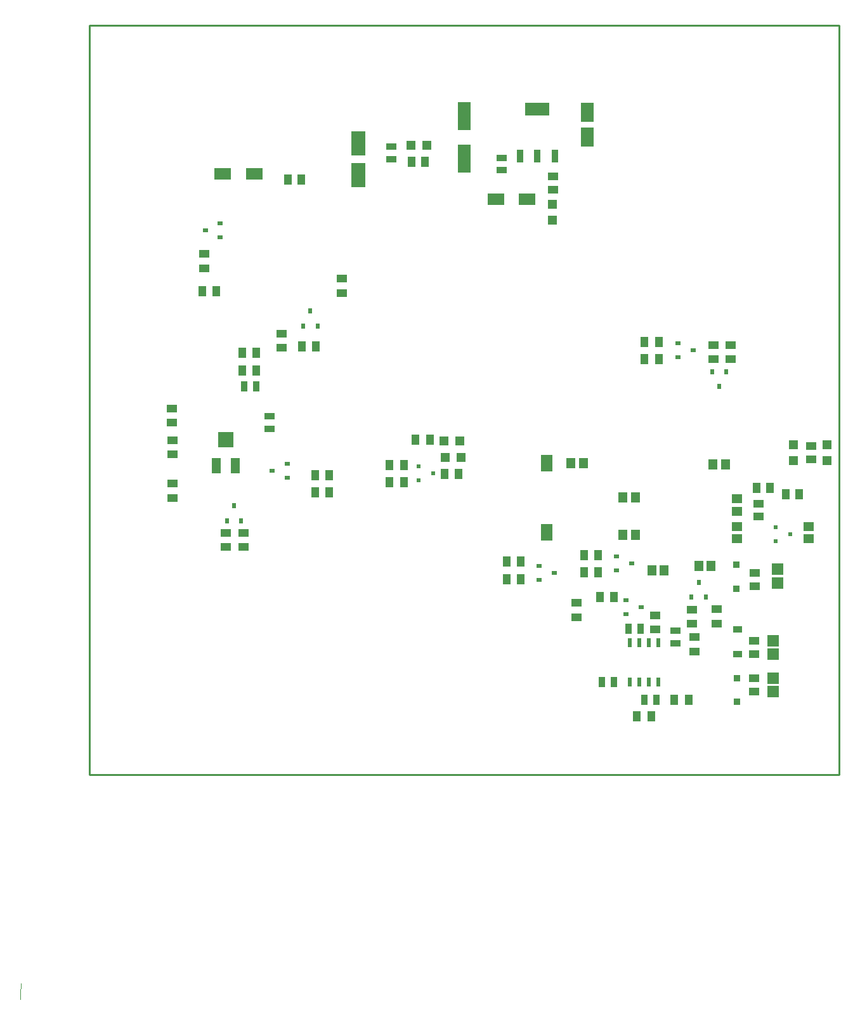
<source format=gtp>
G04*
G04 #@! TF.GenerationSoftware,Altium Limited,Altium Designer,20.2.7 (254)*
G04*
G04 Layer_Color=8421504*
%FSLAX25Y25*%
%MOIN*%
G70*
G04*
G04 #@! TF.SameCoordinates,6A7C296C-3D1D-46A6-B2F7-2068CE29E54D*
G04*
G04*
G04 #@! TF.FilePolarity,Positive*
G04*
G01*
G75*
%ADD14C,0.01000*%
%ADD15C,0.00050*%
%ADD16R,0.02756X0.02362*%
%ADD17R,0.03937X0.05709*%
%ADD18R,0.06299X0.08583*%
%ADD19R,0.06299X0.08661*%
%ADD20R,0.05118X0.05709*%
%ADD21R,0.07284X0.12598*%
%ADD22R,0.05709X0.03937*%
%ADD23R,0.05472X0.03583*%
%ADD24R,0.04724X0.04724*%
%ADD25R,0.07087X0.14567*%
%ADD26R,0.03740X0.06890*%
%ADD27R,0.12598X0.06890*%
%ADD28R,0.07087X0.10236*%
%ADD29R,0.04331X0.05512*%
%ADD30R,0.05512X0.04331*%
%ADD31R,0.02362X0.01968*%
%ADD32R,0.02200X0.02900*%
%ADD33R,0.05118X0.07874*%
%ADD34R,0.07874X0.07874*%
%ADD35R,0.06102X0.05906*%
%ADD36R,0.03740X0.03543*%
%ADD37R,0.04803X0.03583*%
%ADD38R,0.05709X0.05118*%
%ADD39R,0.02900X0.02200*%
%ADD40R,0.02362X0.02756*%
G04:AMPARAMS|DCode=41|XSize=21.65mil|YSize=49.21mil|CornerRadius=1.95mil|HoleSize=0mil|Usage=FLASHONLY|Rotation=0.000|XOffset=0mil|YOffset=0mil|HoleType=Round|Shape=RoundedRectangle|*
%AMROUNDEDRECTD41*
21,1,0.02165,0.04532,0,0,0.0*
21,1,0.01776,0.04921,0,0,0.0*
1,1,0.00390,0.00888,-0.02266*
1,1,0.00390,-0.00888,-0.02266*
1,1,0.00390,-0.00888,0.02266*
1,1,0.00390,0.00888,0.02266*
%
%ADD41ROUNDEDRECTD41*%
%ADD42R,0.04724X0.04724*%
%ADD43R,0.08858X0.05906*%
%ADD44R,0.03583X0.05472*%
%ADD45R,0.09055X0.06102*%
D14*
X0Y0D02*
X393701D01*
Y393701D01*
X0D02*
X393701D01*
X0Y0D02*
Y393701D01*
D15*
X-36371Y-118085D02*
G03*
X-36045Y-109630I-19940810J772725D01*
G01*
D16*
X236221Y109843D02*
D03*
Y102362D02*
D03*
X244094Y106102D02*
D03*
X276797Y114818D02*
D03*
Y107338D02*
D03*
X284671Y111078D02*
D03*
X95974Y159835D02*
D03*
X103848Y163575D02*
D03*
Y156094D02*
D03*
X309303Y226854D02*
D03*
Y219373D02*
D03*
X317177Y223113D02*
D03*
D17*
X219135Y111920D02*
D03*
X226616D02*
D03*
X275590Y93369D02*
D03*
X268110D02*
D03*
X87541Y221602D02*
D03*
X80061D02*
D03*
X87541Y212530D02*
D03*
X80061D02*
D03*
X178739Y176221D02*
D03*
X171259D02*
D03*
X267233Y115380D02*
D03*
X259753D02*
D03*
X267233Y106308D02*
D03*
X259753D02*
D03*
X219135Y102826D02*
D03*
X226616D02*
D03*
X59021Y254202D02*
D03*
X66501D02*
D03*
X125984Y157480D02*
D03*
X118504D02*
D03*
X165116Y162873D02*
D03*
X157636D02*
D03*
X291531Y218347D02*
D03*
X299011D02*
D03*
X295079Y30889D02*
D03*
X287598D02*
D03*
X291531Y227419D02*
D03*
X299011D02*
D03*
X307283Y39370D02*
D03*
X314764D02*
D03*
X125984Y148408D02*
D03*
X118504D02*
D03*
X165116Y153801D02*
D03*
X157636D02*
D03*
X193949Y158059D02*
D03*
X186469D02*
D03*
X118997Y225232D02*
D03*
X111517D02*
D03*
D18*
X240158Y163760D02*
D03*
D19*
Y127579D02*
D03*
D20*
X280217Y125984D02*
D03*
X286713D02*
D03*
X320144Y109587D02*
D03*
X326640D02*
D03*
X280217Y145669D02*
D03*
X286713D02*
D03*
X301965Y107480D02*
D03*
X295469D02*
D03*
X334163Y163125D02*
D03*
X327667D02*
D03*
X259418Y163827D02*
D03*
X252922D02*
D03*
D21*
X141246Y331890D02*
D03*
Y314961D02*
D03*
D22*
X132388Y253218D02*
D03*
Y260698D02*
D03*
X100971Y224247D02*
D03*
Y231728D02*
D03*
X43307Y185039D02*
D03*
Y192520D02*
D03*
X329406Y87032D02*
D03*
Y79551D02*
D03*
X60005Y273613D02*
D03*
Y266133D02*
D03*
X71610Y119658D02*
D03*
Y127138D02*
D03*
X80682Y127138D02*
D03*
Y119658D02*
D03*
X336797Y225878D02*
D03*
Y218398D02*
D03*
X327725D02*
D03*
Y225878D02*
D03*
X316348Y86840D02*
D03*
Y79360D02*
D03*
X317695Y72257D02*
D03*
Y64776D02*
D03*
X255906Y82874D02*
D03*
Y90354D02*
D03*
X297171Y76395D02*
D03*
Y83875D02*
D03*
X43482Y145442D02*
D03*
Y152922D02*
D03*
X43353Y175862D02*
D03*
Y168381D02*
D03*
D23*
X158586Y323543D02*
D03*
Y330000D02*
D03*
X216608Y324235D02*
D03*
Y317778D02*
D03*
X94488Y188268D02*
D03*
Y181811D02*
D03*
X307677Y69129D02*
D03*
Y75586D02*
D03*
D24*
X168839Y330709D02*
D03*
X177106D02*
D03*
X186075Y175415D02*
D03*
X194343D02*
D03*
X195024Y166638D02*
D03*
X186756D02*
D03*
D25*
X196710Y346161D02*
D03*
Y323720D02*
D03*
D26*
X226271Y324999D02*
D03*
X235326D02*
D03*
X244381D02*
D03*
D27*
X235326Y349802D02*
D03*
D28*
X261524Y335056D02*
D03*
Y348048D02*
D03*
D29*
X169246Y321975D02*
D03*
X176136D02*
D03*
X357509Y150740D02*
D03*
X350619D02*
D03*
X372809Y147263D02*
D03*
X365919D02*
D03*
X104199Y312598D02*
D03*
X111089D02*
D03*
D30*
X243539Y314278D02*
D03*
Y307388D02*
D03*
X349049Y50689D02*
D03*
Y43799D02*
D03*
X349049Y63484D02*
D03*
Y70374D02*
D03*
X349421Y106070D02*
D03*
Y99180D02*
D03*
X351662Y142554D02*
D03*
Y135664D02*
D03*
X379048Y172736D02*
D03*
Y165847D02*
D03*
D31*
X172672Y162205D02*
D03*
X180546Y158465D02*
D03*
X172672Y154724D02*
D03*
X368262Y126476D02*
D03*
X360388Y130216D02*
D03*
Y122736D02*
D03*
D32*
X72161Y133512D02*
D03*
X79661D02*
D03*
X75911Y141312D02*
D03*
X320007Y101173D02*
D03*
X323757Y93373D02*
D03*
X316257D02*
D03*
X330896Y203989D02*
D03*
X327146Y211789D02*
D03*
X334646D02*
D03*
D33*
X66610Y162270D02*
D03*
X76610D02*
D03*
D34*
X71610Y175971D02*
D03*
D35*
X359105Y70571D02*
D03*
Y63287D02*
D03*
Y43602D02*
D03*
Y50886D02*
D03*
X361549Y100755D02*
D03*
Y108038D02*
D03*
D36*
X340075Y50886D02*
D03*
Y38484D02*
D03*
X339988Y110276D02*
D03*
Y97874D02*
D03*
D37*
X340567Y63411D02*
D03*
Y76285D02*
D03*
D38*
X340174Y123947D02*
D03*
Y130444D02*
D03*
X340274Y138531D02*
D03*
Y145027D02*
D03*
X377937Y123972D02*
D03*
Y130468D02*
D03*
D39*
X60801Y286022D02*
D03*
X68601Y289772D02*
D03*
Y282272D02*
D03*
X289680Y88006D02*
D03*
X281880Y84256D02*
D03*
Y91756D02*
D03*
D40*
X112211Y235780D02*
D03*
X119691D02*
D03*
X115951Y243654D02*
D03*
D41*
X298839Y48720D02*
D03*
X283839D02*
D03*
X288839D02*
D03*
X293839D02*
D03*
X283839Y69390D02*
D03*
X288839D02*
D03*
X293839D02*
D03*
X298839D02*
D03*
D42*
X369976Y165157D02*
D03*
Y173425D02*
D03*
X387431D02*
D03*
Y165157D02*
D03*
X243244Y291322D02*
D03*
Y299590D02*
D03*
D43*
X229806Y302553D02*
D03*
X213664D02*
D03*
D44*
X275658Y48778D02*
D03*
X269201D02*
D03*
X291339Y39370D02*
D03*
X297795D02*
D03*
X289654Y76788D02*
D03*
X283197D02*
D03*
X87654Y204048D02*
D03*
X81197D02*
D03*
D45*
X86614Y315591D02*
D03*
X69685D02*
D03*
M02*

</source>
